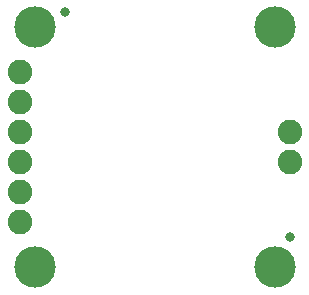
<source format=gbs>
G04 EAGLE Gerber RS-274X export*
G75*
%MOMM*%
%FSLAX34Y34*%
%LPD*%
%INSoldermask Bottom*%
%IPPOS*%
%AMOC8*
5,1,8,0,0,1.08239X$1,22.5*%
G01*
%ADD10C,2.082800*%
%ADD11C,0.838200*%
%ADD12C,3.505200*%


D10*
X12700Y63500D03*
X12700Y88900D03*
X12700Y114300D03*
X12700Y139700D03*
X12700Y165100D03*
X12700Y190500D03*
X241300Y139700D03*
X241300Y114300D03*
D11*
X241300Y50800D03*
X50800Y241300D03*
D12*
X228600Y25400D03*
X25400Y228600D03*
X228600Y228600D03*
X25400Y25400D03*
M02*

</source>
